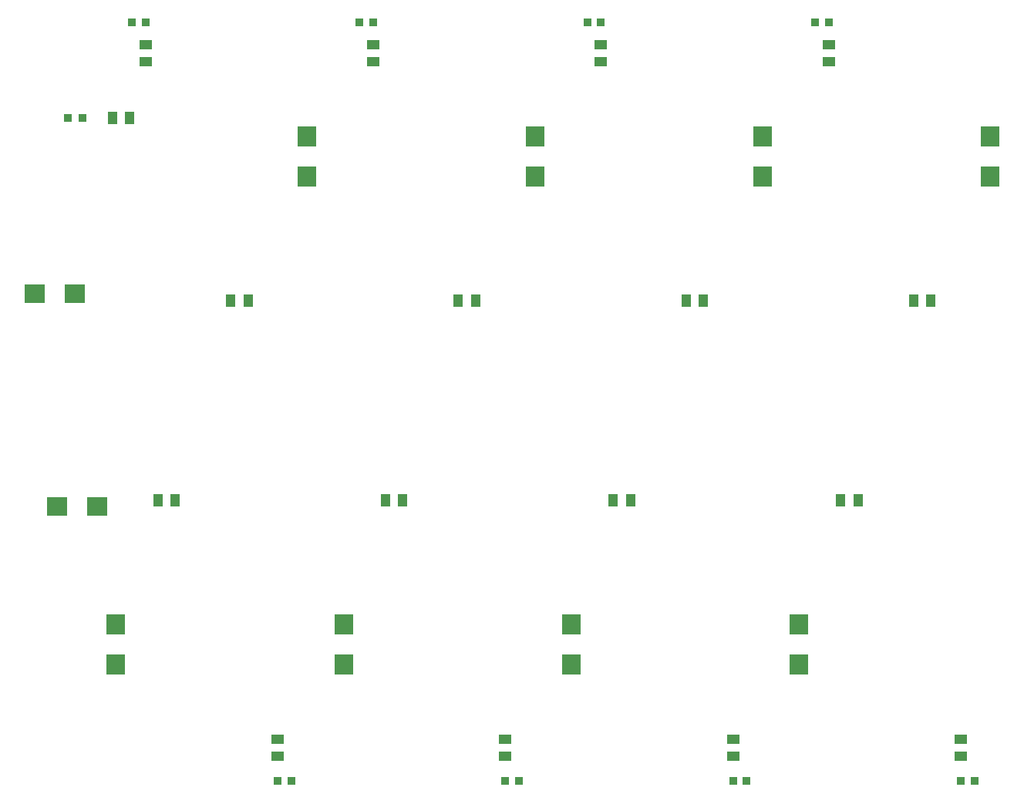
<source format=gbr>
G04 #@! TF.GenerationSoftware,KiCad,Pcbnew,(6.0.5)*
G04 #@! TF.CreationDate,2022-07-13T14:18:21-07:00*
G04 #@! TF.ProjectId,solid_state_relays_24v,736f6c69-645f-4737-9461-74655f72656c,0.0.10*
G04 #@! TF.SameCoordinates,PX2faf080PY8583b00*
G04 #@! TF.FileFunction,Paste,Top*
G04 #@! TF.FilePolarity,Positive*
%FSLAX46Y46*%
G04 Gerber Fmt 4.6, Leading zero omitted, Abs format (unit mm)*
G04 Created by KiCad (PCBNEW (6.0.5)) date 2022-07-13 14:18:21*
%MOMM*%
%LPD*%
G01*
G04 APERTURE LIST*
%ADD10R,1.000000X1.400000*%
%ADD11R,2.150000X2.200000*%
%ADD12R,1.400000X1.000000*%
%ADD13R,0.900000X0.850000*%
%ADD14R,0.900000X0.950000*%
%ADD15R,2.200000X2.150000*%
G04 APERTURE END LIST*
D10*
G04 #@! TO.C,RP4*
X101500000Y56000000D03*
X99600000Y56000000D03*
G04 #@! TD*
D11*
G04 #@! TO.C,TVS1*
X33000000Y69600000D03*
X33000000Y74000000D03*
G04 #@! TD*
D10*
G04 #@! TO.C,RP1*
X26500000Y56000000D03*
X24600000Y56000000D03*
G04 #@! TD*
D11*
G04 #@! TO.C,TVS5*
X87000000Y20400000D03*
X87000000Y16000000D03*
G04 #@! TD*
D10*
G04 #@! TO.C,RP5*
X93500000Y34000000D03*
X91600000Y34000000D03*
G04 #@! TD*
D11*
G04 #@! TO.C,TVS2*
X58000000Y69600000D03*
X58000000Y74000000D03*
G04 #@! TD*
D10*
G04 #@! TO.C,RP6*
X68500000Y34000000D03*
X66600000Y34000000D03*
G04 #@! TD*
G04 #@! TO.C,RP2*
X51500000Y56000000D03*
X49600000Y56000000D03*
G04 #@! TD*
D11*
G04 #@! TO.C,TVS8*
X12000000Y20400000D03*
X12000000Y16000000D03*
G04 #@! TD*
D12*
G04 #@! TO.C,RL6*
X79750000Y7800000D03*
X79750000Y5900000D03*
G04 #@! TD*
D11*
G04 #@! TO.C,TVS3*
X83000000Y69600000D03*
X83000000Y74000000D03*
G04 #@! TD*
D13*
G04 #@! TO.C,LED7*
X56250000Y3200000D03*
X54750000Y3200000D03*
G04 #@! TD*
D12*
G04 #@! TO.C,RL4*
X90250000Y82200000D03*
X90250000Y84100000D03*
G04 #@! TD*
G04 #@! TO.C,RL7*
X54750000Y7800000D03*
X54750000Y5900000D03*
G04 #@! TD*
D11*
G04 #@! TO.C,TVS6*
X62000000Y20400000D03*
X62000000Y16000000D03*
G04 #@! TD*
D12*
G04 #@! TO.C,RL5*
X104750000Y7800000D03*
X104750000Y5900000D03*
G04 #@! TD*
D13*
G04 #@! TO.C,LED3*
X63750000Y86500000D03*
X65250000Y86500000D03*
G04 #@! TD*
G04 #@! TO.C,LED5*
X106250000Y3200000D03*
X104750000Y3200000D03*
G04 #@! TD*
D10*
G04 #@! TO.C,RP3*
X76500000Y56000000D03*
X74600000Y56000000D03*
G04 #@! TD*
G04 #@! TO.C,RP7*
X43500000Y34000000D03*
X41600000Y34000000D03*
G04 #@! TD*
D12*
G04 #@! TO.C,RL8*
X29750000Y7800000D03*
X29750000Y5900000D03*
G04 #@! TD*
D11*
G04 #@! TO.C,TVS4*
X108000000Y69600000D03*
X108000000Y74000000D03*
G04 #@! TD*
D13*
G04 #@! TO.C,LED1*
X13750000Y86500000D03*
X15250000Y86500000D03*
G04 #@! TD*
D14*
G04 #@! TO.C,LEDP1*
X6700000Y76000000D03*
X8300000Y76000000D03*
G04 #@! TD*
D12*
G04 #@! TO.C,RL2*
X40250000Y82200000D03*
X40250000Y84100000D03*
G04 #@! TD*
D10*
G04 #@! TO.C,RP8*
X18500000Y34000000D03*
X16600000Y34000000D03*
G04 #@! TD*
D13*
G04 #@! TO.C,LED2*
X38750000Y86500000D03*
X40250000Y86500000D03*
G04 #@! TD*
D12*
G04 #@! TO.C,RL1*
X15250000Y82200000D03*
X15250000Y84100000D03*
G04 #@! TD*
D13*
G04 #@! TO.C,LED4*
X88750000Y86500000D03*
X90250000Y86500000D03*
G04 #@! TD*
D10*
G04 #@! TO.C,R1*
X11600000Y76000000D03*
X13500000Y76000000D03*
G04 #@! TD*
D13*
G04 #@! TO.C,LED6*
X81250000Y3200000D03*
X79750000Y3200000D03*
G04 #@! TD*
D15*
G04 #@! TO.C,TVSP1*
X9950000Y33350000D03*
X5550000Y33350000D03*
G04 #@! TD*
D11*
G04 #@! TO.C,TVS7*
X37000000Y20400000D03*
X37000000Y16000000D03*
G04 #@! TD*
D13*
G04 #@! TO.C,LED8*
X31250000Y3200000D03*
X29750000Y3200000D03*
G04 #@! TD*
D12*
G04 #@! TO.C,RL3*
X65250000Y82200000D03*
X65250000Y84100000D03*
G04 #@! TD*
D15*
G04 #@! TO.C,TVSP2*
X7450000Y56700000D03*
X3050000Y56700000D03*
G04 #@! TD*
M02*

</source>
